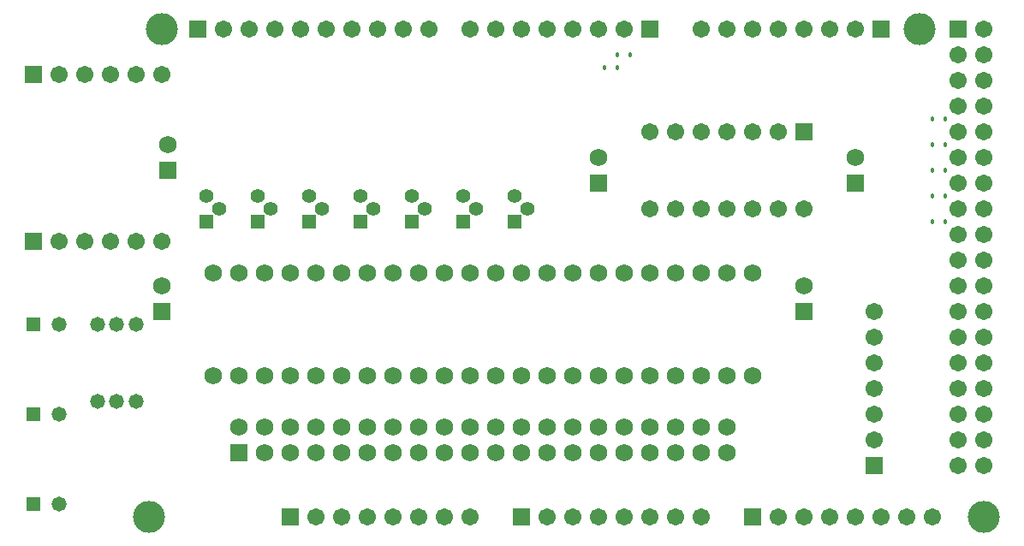
<source format=gts>
G04 DipTrace 2.4.0.2*
%INTopMask.gbr*%
%MOIN*%
%ADD30C,0.125*%
%ADD39C,0.018*%
%ADD41C,0.058*%
%ADD43C,0.068*%
%ADD45C,0.0552*%
%ADD49R,0.0552X0.0552*%
%ADD51C,0.0671*%
%ADD55R,0.0671X0.0671*%
%ADD57R,0.058X0.058*%
%ADD59C,0.058*%
%ADD61R,0.068X0.068*%
%ADD63C,0.068*%
%FSLAX44Y44*%
G04*
G70*
G90*
G75*
G01*
%LNTopMask*%
%LPD*%
D63*
X36937Y18937D3*
D61*
Y17937D3*
D63*
X26937Y18937D3*
D61*
Y17937D3*
D63*
X10187Y19437D3*
D61*
Y18437D3*
X9937Y12937D3*
D63*
Y13937D3*
D61*
X34937Y12937D3*
D63*
Y13937D3*
D59*
X5937Y5437D3*
D57*
X4937D3*
D59*
X5937Y8937D3*
D57*
X4937D3*
D59*
X5937Y12437D3*
D57*
X4937D3*
D63*
X31937Y7437D3*
X30937D3*
X29937D3*
X28937D3*
X27937D3*
X26937D3*
X25937D3*
X24937D3*
X23937D3*
X22937D3*
X21937D3*
X20937D3*
X19937D3*
X18937D3*
X17937D3*
X16937D3*
X15937D3*
X14937D3*
X13937D3*
D61*
X12937D3*
D63*
Y8437D3*
X13937D3*
X14937D3*
X15937D3*
X16937D3*
X17937D3*
X18937D3*
X19937D3*
X20937D3*
X21937D3*
X22937D3*
X23937D3*
X24937D3*
X25937D3*
X26937D3*
X27937D3*
X28937D3*
X29937D3*
X30937D3*
X31937D3*
D55*
X23937Y4937D3*
D51*
X24937D3*
X25937D3*
X26937D3*
X27937D3*
X28937D3*
X29937D3*
X30937D3*
D55*
X14937D3*
D51*
X15937D3*
X16937D3*
X17937D3*
X18937D3*
X19937D3*
X20937D3*
X21937D3*
D55*
X28937Y23937D3*
D51*
X27937D3*
X26937D3*
X25937D3*
X24937D3*
X23937D3*
X22937D3*
X21937D3*
D55*
X11337D3*
D51*
X12337D3*
X13337D3*
X14337D3*
X15337D3*
X16337D3*
X17337D3*
X18337D3*
X19337D3*
X20337D3*
D55*
X32937Y4937D3*
D51*
X33937D3*
X34937D3*
X35937D3*
X36937D3*
X37937D3*
X38937D3*
X39937D3*
D55*
X37937Y23937D3*
D51*
X36937D3*
X35937D3*
X34937D3*
X33937D3*
X32937D3*
X31937D3*
X30937D3*
D55*
X40937D3*
D51*
X41937D3*
X40937Y22937D3*
X41937D3*
X40937Y21937D3*
X41937D3*
X40937Y20937D3*
X41937D3*
X40937Y19937D3*
X41937D3*
X40937Y18937D3*
X41937D3*
X40937Y17937D3*
X41937D3*
X40937Y16937D3*
X41937D3*
X40937Y15937D3*
X41937D3*
X40937Y14937D3*
X41937D3*
X40937Y13937D3*
X41937D3*
X40937Y12937D3*
X41937D3*
X40937Y11937D3*
X41937D3*
X40937Y10937D3*
X41937D3*
X40937Y9937D3*
X41937D3*
X40937Y8937D3*
X41937D3*
X40937Y7937D3*
X41937D3*
X40937Y6937D3*
X41937D3*
D55*
X4937Y15687D3*
D51*
X5937D3*
X6937D3*
X7937D3*
X8937D3*
X9937D3*
D55*
X4937Y22187D3*
D51*
X5937D3*
X6937D3*
X7937D3*
X8937D3*
X9937D3*
D55*
X37687Y6937D3*
D51*
Y7937D3*
Y8937D3*
Y9937D3*
Y10937D3*
Y11937D3*
Y12937D3*
D49*
X21687Y16437D3*
D45*
X22187Y16937D3*
X21687Y17437D3*
D49*
X23687Y16437D3*
D45*
X24187Y16937D3*
X23687Y17437D3*
D49*
X19687Y16437D3*
D45*
X20187Y16937D3*
X19687Y17437D3*
D49*
X15687Y16437D3*
D45*
X16187Y16937D3*
X15687Y17437D3*
D49*
X17687Y16437D3*
D45*
X18187Y16937D3*
X17687Y17437D3*
D49*
X13687Y16437D3*
D45*
X14187Y16937D3*
X13687Y17437D3*
D49*
X11687Y16437D3*
D45*
X12187Y16937D3*
X11687Y17437D3*
D63*
X32937Y14437D3*
D43*
Y10437D3*
D63*
X31937Y14437D3*
D43*
Y10437D3*
D63*
X29937Y14437D3*
D43*
Y10437D3*
D63*
X30937Y14437D3*
D43*
Y10437D3*
D63*
X28937Y14437D3*
D43*
Y10437D3*
D63*
X27937Y14437D3*
D43*
Y10437D3*
D63*
X25937Y14437D3*
D43*
Y10437D3*
D63*
X26937Y14437D3*
D43*
Y10437D3*
D63*
X24937Y14437D3*
D43*
Y10437D3*
D63*
X21937Y14437D3*
D43*
Y10437D3*
D63*
X22937Y14437D3*
D43*
Y10437D3*
D63*
X20937Y14437D3*
D43*
Y10437D3*
D63*
X19937Y14437D3*
D43*
Y10437D3*
D63*
X17937Y14437D3*
D43*
Y10437D3*
D63*
X18937Y14437D3*
D43*
Y10437D3*
D63*
X16937Y14437D3*
D43*
Y10437D3*
D63*
X15937Y14437D3*
D43*
Y10437D3*
D63*
X13937Y14437D3*
D43*
Y10437D3*
D63*
X14937Y14437D3*
D43*
Y10437D3*
D63*
X12937Y14437D3*
D43*
Y10437D3*
D63*
X11937Y14437D3*
D43*
Y10437D3*
D63*
X23937Y14437D3*
D43*
Y10437D3*
D59*
X8937Y12437D3*
D41*
Y9437D3*
D59*
X8187Y12437D3*
D41*
Y9437D3*
D59*
X7437Y12437D3*
D41*
Y9437D3*
D55*
X34937Y19937D3*
D51*
X33937D3*
X32937D3*
X31937D3*
X30937D3*
X29937D3*
X28937D3*
Y16937D3*
X29937D3*
X30937D3*
X31937D3*
X32937D3*
X33937D3*
X34937D3*
D39*
X39937Y16437D3*
X40437D3*
X39937Y18437D3*
X40437D3*
X27687Y22437D3*
X27187D3*
X28187Y22937D3*
X27687D3*
X40437Y20437D3*
X39937D3*
X40437Y17437D3*
X39937D3*
X40437Y19437D3*
X39937D3*
D30*
X9437Y4937D3*
X9937Y23937D3*
X39437D3*
X41937Y4937D3*
M02*

</source>
